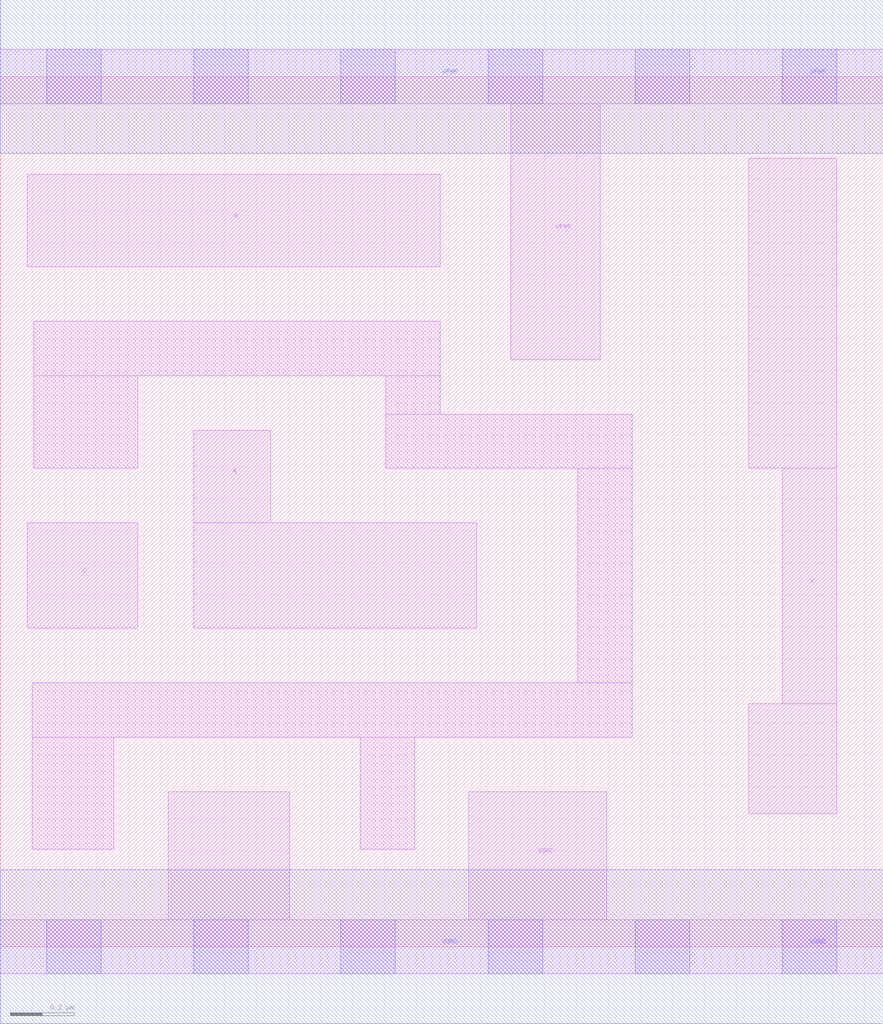
<source format=lef>
# Copyright 2020 The SkyWater PDK Authors
#
# Licensed under the Apache License, Version 2.0 (the "License");
# you may not use this file except in compliance with the License.
# You may obtain a copy of the License at
#
#     https://www.apache.org/licenses/LICENSE-2.0
#
# Unless required by applicable law or agreed to in writing, software
# distributed under the License is distributed on an "AS IS" BASIS,
# WITHOUT WARRANTIES OR CONDITIONS OF ANY KIND, either express or implied.
# See the License for the specific language governing permissions and
# limitations under the License.
#
# SPDX-License-Identifier: Apache-2.0

VERSION 5.7 ;
  NAMESCASESENSITIVE ON ;
  NOWIREEXTENSIONATPIN ON ;
  DIVIDERCHAR "/" ;
  BUSBITCHARS "[]" ;
UNITS
  DATABASE MICRONS 200 ;
END UNITS
PROPERTYDEFINITIONS
  MACRO maskLayoutSubType STRING ;
  MACRO prCellType STRING ;
  MACRO originalViewName STRING ;
END PROPERTYDEFINITIONS
MACRO sky130_fd_sc_hdll__or3_1
  CLASS CORE ;
  FOREIGN sky130_fd_sc_hdll__or3_1 ;
  ORIGIN  0.000000  0.000000 ;
  SIZE  2.760000 BY  2.720000 ;
  SYMMETRY X Y R90 ;
  SITE unithd ;
  PIN A
    ANTENNAGATEAREA  0.138600 ;
    DIRECTION INPUT ;
    USE SIGNAL ;
    PORT
      LAYER li1 ;
        RECT 0.605000 0.995000 1.490000 1.325000 ;
        RECT 0.605000 1.325000 0.845000 1.615000 ;
    END
  END A
  PIN B
    ANTENNAGATEAREA  0.138600 ;
    DIRECTION INPUT ;
    USE SIGNAL ;
    PORT
      LAYER li1 ;
        RECT 0.085000 2.125000 1.375000 2.415000 ;
    END
  END B
  PIN C
    ANTENNAGATEAREA  0.138600 ;
    DIRECTION INPUT ;
    USE SIGNAL ;
    PORT
      LAYER li1 ;
        RECT 0.085000 0.995000 0.430000 1.325000 ;
    END
  END C
  PIN VGND
    ANTENNADIFFAREA  0.349650 ;
    DIRECTION INOUT ;
    USE SIGNAL ;
    PORT
      LAYER li1 ;
        RECT 0.000000 -0.085000 2.760000 0.085000 ;
        RECT 0.525000  0.085000 0.905000 0.485000 ;
        RECT 1.465000  0.085000 1.895000 0.485000 ;
      LAYER mcon ;
        RECT 0.145000 -0.085000 0.315000 0.085000 ;
        RECT 0.605000 -0.085000 0.775000 0.085000 ;
        RECT 1.065000 -0.085000 1.235000 0.085000 ;
        RECT 1.525000 -0.085000 1.695000 0.085000 ;
        RECT 1.985000 -0.085000 2.155000 0.085000 ;
        RECT 2.445000 -0.085000 2.615000 0.085000 ;
      LAYER met1 ;
        RECT 0.000000 -0.240000 2.760000 0.240000 ;
    END
  END VGND
  PIN VPWR
    ANTENNADIFFAREA  0.310700 ;
    DIRECTION INOUT ;
    USE SIGNAL ;
    PORT
      LAYER li1 ;
        RECT 0.000000 2.635000 2.760000 2.805000 ;
        RECT 1.595000 1.835000 1.875000 2.635000 ;
      LAYER mcon ;
        RECT 0.145000 2.635000 0.315000 2.805000 ;
        RECT 0.605000 2.635000 0.775000 2.805000 ;
        RECT 1.065000 2.635000 1.235000 2.805000 ;
        RECT 1.525000 2.635000 1.695000 2.805000 ;
        RECT 1.985000 2.635000 2.155000 2.805000 ;
        RECT 2.445000 2.635000 2.615000 2.805000 ;
      LAYER met1 ;
        RECT 0.000000 2.480000 2.760000 2.960000 ;
    END
  END VPWR
  PIN X
    ANTENNADIFFAREA  0.810250 ;
    DIRECTION OUTPUT ;
    USE SIGNAL ;
    PORT
      LAYER li1 ;
        RECT 2.340000 0.415000 2.615000 0.760000 ;
        RECT 2.340000 1.495000 2.615000 2.465000 ;
        RECT 2.445000 0.760000 2.615000 1.495000 ;
    END
  END X
  OBS
    LAYER li1 ;
      RECT 0.100000 0.305000 0.355000 0.655000 ;
      RECT 0.100000 0.655000 1.975000 0.825000 ;
      RECT 0.105000 1.495000 0.430000 1.785000 ;
      RECT 0.105000 1.785000 1.375000 1.955000 ;
      RECT 1.125000 0.305000 1.295000 0.655000 ;
      RECT 1.205000 1.495000 1.975000 1.665000 ;
      RECT 1.205000 1.665000 1.375000 1.785000 ;
      RECT 1.805000 0.825000 1.975000 1.495000 ;
  END
  PROPERTY maskLayoutSubType "abstract" ;
  PROPERTY prCellType "standard" ;
  PROPERTY originalViewName "layout" ;
END sky130_fd_sc_hdll__or3_1

</source>
